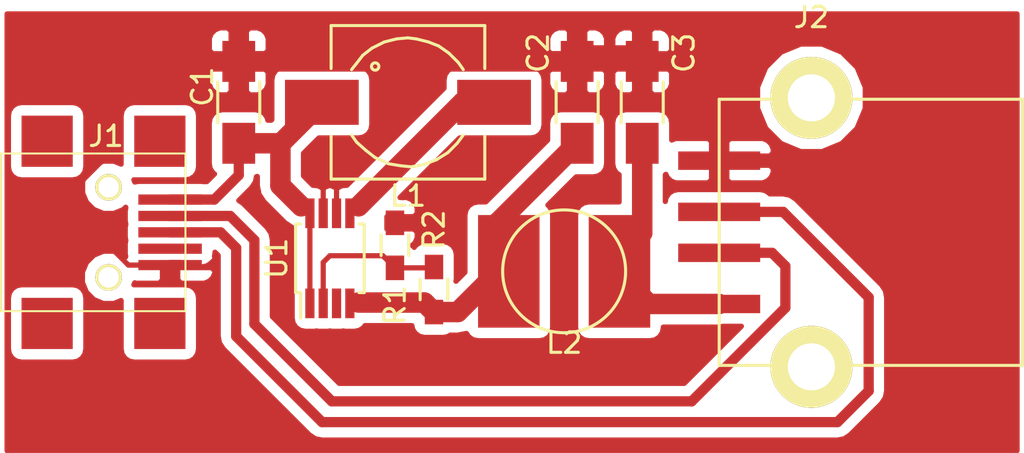
<source format=kicad_pcb>
(kicad_pcb (version 4) (host pcbnew "(after 2015-mar-04 BZR unknown)-product")

  (general
    (links 21)
    (no_connects 0)
    (area 32.546289 25.786 83.019001 48.994)
    (thickness 1.6)
    (drawings 0)
    (tracks 88)
    (zones 0)
    (modules 10)
    (nets 15)
  )

  (page A4)
  (layers
    (0 F.Cu signal)
    (31 B.Cu signal)
    (32 B.Adhes user)
    (33 F.Adhes user)
    (34 B.Paste user)
    (35 F.Paste user)
    (36 B.SilkS user)
    (37 F.SilkS user)
    (38 B.Mask user)
    (39 F.Mask user)
    (40 Dwgs.User user)
    (41 Cmts.User user)
    (42 Eco1.User user)
    (43 Eco2.User user)
    (44 Edge.Cuts user)
  )

  (setup
    (last_trace_width 0.254)
    (user_trace_width 0.5)
    (user_trace_width 0.508)
    (user_trace_width 1)
    (user_trace_width 1.5)
    (user_trace_width 2)
    (user_trace_width 3)
    (user_trace_width 4)
    (user_trace_width 5)
    (trace_clearance 0.254)
    (zone_clearance 0.5)
    (zone_45_only no)
    (trace_min 0.254)
    (segment_width 0.2)
    (edge_width 0.1)
    (via_size 0.889)
    (via_drill 0.635)
    (via_min_size 0.889)
    (via_min_drill 0.508)
    (user_via 1.7 0.8)
    (uvia_size 0.508)
    (uvia_drill 0.127)
    (uvias_allowed no)
    (uvia_min_size 0.508)
    (uvia_min_drill 0.127)
    (pcb_text_width 0.3)
    (pcb_text_size 1.5 1.5)
    (mod_edge_width 0.15)
    (mod_text_size 1 1)
    (mod_text_width 0.15)
    (pad_size 2.2 2.2)
    (pad_drill 1.2)
    (pad_to_mask_clearance 0)
    (aux_axis_origin 0 0)
    (visible_elements 7FFFFFFF)
    (pcbplotparams
      (layerselection 0x00030_80000001)
      (usegerberextensions true)
      (excludeedgelayer true)
      (linewidth 0.150000)
      (plotframeref false)
      (viasonmask false)
      (mode 1)
      (useauxorigin false)
      (hpglpennumber 1)
      (hpglpenspeed 20)
      (hpglpendiameter 15)
      (hpglpenoverlay 2)
      (psnegative false)
      (psa4output false)
      (plotreference true)
      (plotvalue true)
      (plotinvisibletext false)
      (padsonsilk false)
      (subtractmaskfromsilk false)
      (outputformat 1)
      (mirror false)
      (drillshape 1)
      (scaleselection 1)
      (outputdirectory ""))
  )

  (net 0 "")
  (net 1 VDD)
  (net 2 GND)
  (net 3 "Net-(C2-Pad1)")
  (net 4 VCC)
  (net 5 "Net-(J1-PadS2)")
  (net 6 "Net-(J1-PadS1)")
  (net 7 "Net-(J1-PadS3)")
  (net 8 "Net-(J1-PadS4)")
  (net 9 "Net-(J1-Pad3)")
  (net 10 "Net-(J1-Pad4)")
  (net 11 "Net-(J1-Pad2)")
  (net 12 "Net-(L1-Pad2)")
  (net 13 "Net-(R1-Pad1)")
  (net 14 "Net-(U1-Pad3)")

  (net_class Default "This is the default net class."
    (clearance 0.254)
    (trace_width 0.254)
    (via_dia 0.889)
    (via_drill 0.635)
    (uvia_dia 0.508)
    (uvia_drill 0.127)
    (add_net GND)
    (add_net "Net-(C2-Pad1)")
    (add_net "Net-(J1-Pad2)")
    (add_net "Net-(J1-Pad3)")
    (add_net "Net-(J1-Pad4)")
    (add_net "Net-(J1-PadS1)")
    (add_net "Net-(J1-PadS2)")
    (add_net "Net-(J1-PadS3)")
    (add_net "Net-(J1-PadS4)")
    (add_net "Net-(L1-Pad2)")
    (add_net "Net-(R1-Pad1)")
    (add_net "Net-(U1-Pad3)")
    (add_net VCC)
    (add_net VDD)
  )

  (module Capacitors_SMD:C_1206_HandSoldering (layer F.Cu) (tedit 555BF682) (tstamp 554FB2FF)
    (at 44.45 31.115 90)
    (descr "Capacitor SMD 1206, hand soldering")
    (tags "capacitor 1206")
    (path /55493188)
    (attr smd)
    (fp_text reference C1 (at 0.762 -1.778 90) (layer F.SilkS)
      (effects (font (size 1 1) (thickness 0.15)))
    )
    (fp_text value 22uF/10V (at 0.127 0 90) (layer F.SilkS) hide
      (effects (font (size 0.5 0.5) (thickness 0.1)))
    )
    (fp_line (start -3.3 -1.15) (end 3.3 -1.15) (layer F.CrtYd) (width 0.05))
    (fp_line (start -3.3 1.15) (end 3.3 1.15) (layer F.CrtYd) (width 0.05))
    (fp_line (start -3.3 -1.15) (end -3.3 1.15) (layer F.CrtYd) (width 0.05))
    (fp_line (start 3.3 -1.15) (end 3.3 1.15) (layer F.CrtYd) (width 0.05))
    (fp_line (start 1 -1.025) (end -1 -1.025) (layer F.SilkS) (width 0.15))
    (fp_line (start -1 1.025) (end 1 1.025) (layer F.SilkS) (width 0.15))
    (pad 1 smd rect (at -2 0 90) (size 2 1.6) (layers F.Cu F.Paste F.Mask)
      (net 1 VDD))
    (pad 2 smd rect (at 2 0 90) (size 2 1.6) (layers F.Cu F.Paste F.Mask)
      (net 2 GND))
    (model Capacitors_SMD.3dshapes/C_1206_HandSoldering.wrl
      (at (xyz 0 0 0))
      (scale (xyz 1 1 1))
      (rotate (xyz 0 0 0))
    )
  )

  (module Capacitors_SMD:C_1206_HandSoldering (layer F.Cu) (tedit 555BF6C6) (tstamp 554FB305)
    (at 60.96 31.115 90)
    (descr "Capacitor SMD 1206, hand soldering")
    (tags "capacitor 1206")
    (path /554EEADB)
    (attr smd)
    (fp_text reference C2 (at 2.413 -1.905 90) (layer F.SilkS)
      (effects (font (size 1 1) (thickness 0.15)))
    )
    (fp_text value 22uF/10V (at 0.127 0 90) (layer F.SilkS) hide
      (effects (font (size 0.5 0.5) (thickness 0.1)))
    )
    (fp_line (start -3.3 -1.15) (end 3.3 -1.15) (layer F.CrtYd) (width 0.05))
    (fp_line (start -3.3 1.15) (end 3.3 1.15) (layer F.CrtYd) (width 0.05))
    (fp_line (start -3.3 -1.15) (end -3.3 1.15) (layer F.CrtYd) (width 0.05))
    (fp_line (start 3.3 -1.15) (end 3.3 1.15) (layer F.CrtYd) (width 0.05))
    (fp_line (start 1 -1.025) (end -1 -1.025) (layer F.SilkS) (width 0.15))
    (fp_line (start -1 1.025) (end 1 1.025) (layer F.SilkS) (width 0.15))
    (pad 1 smd rect (at -2 0 90) (size 2 1.6) (layers F.Cu F.Paste F.Mask)
      (net 3 "Net-(C2-Pad1)"))
    (pad 2 smd rect (at 2 0 90) (size 2 1.6) (layers F.Cu F.Paste F.Mask)
      (net 2 GND))
    (model Capacitors_SMD.3dshapes/C_1206_HandSoldering.wrl
      (at (xyz 0 0 0))
      (scale (xyz 1 1 1))
      (rotate (xyz 0 0 0))
    )
  )

  (module Capacitors_SMD:C_1206_HandSoldering (layer F.Cu) (tedit 555BF6CF) (tstamp 554FB30B)
    (at 64.135 31.115 90)
    (descr "Capacitor SMD 1206, hand soldering")
    (tags "capacitor 1206")
    (path /554EEB15)
    (attr smd)
    (fp_text reference C3 (at 2.413 2.032 90) (layer F.SilkS)
      (effects (font (size 1 1) (thickness 0.15)))
    )
    (fp_text value 22uF/10V (at 0.127 0 90) (layer F.SilkS) hide
      (effects (font (size 0.5 0.5) (thickness 0.1)))
    )
    (fp_line (start -3.3 -1.15) (end 3.3 -1.15) (layer F.CrtYd) (width 0.05))
    (fp_line (start -3.3 1.15) (end 3.3 1.15) (layer F.CrtYd) (width 0.05))
    (fp_line (start -3.3 -1.15) (end -3.3 1.15) (layer F.CrtYd) (width 0.05))
    (fp_line (start 3.3 -1.15) (end 3.3 1.15) (layer F.CrtYd) (width 0.05))
    (fp_line (start 1 -1.025) (end -1 -1.025) (layer F.SilkS) (width 0.15))
    (fp_line (start -1 1.025) (end 1 1.025) (layer F.SilkS) (width 0.15))
    (pad 1 smd rect (at -2 0 90) (size 2 1.6) (layers F.Cu F.Paste F.Mask)
      (net 4 VCC))
    (pad 2 smd rect (at 2 0 90) (size 2 1.6) (layers F.Cu F.Paste F.Mask)
      (net 2 GND))
    (model Capacitors_SMD.3dshapes/C_1206_HandSoldering.wrl
      (at (xyz 0 0 0))
      (scale (xyz 1 1 1))
      (rotate (xyz 0 0 0))
    )
  )

  (module suf_connector_usb:A-USBB-M5-SMD (layer F.Cu) (tedit 555BF5A8) (tstamp 554FB31A)
    (at 38.1 37.465)
    (path /554F17C3)
    (fp_text reference J1 (at -0.127 -4.699) (layer F.SilkS)
      (effects (font (size 1 1) (thickness 0.15)))
    )
    (fp_text value USB-MINI (at -1.84912 0) (layer F.SilkS) hide
      (effects (font (size 0.5 0.5) (thickness 0.1)))
    )
    (fp_line (start -5.25018 -3.85064) (end 3.74904 -3.85064) (layer F.SilkS) (width 0.09906))
    (fp_line (start 3.74904 -3.85064) (end 3.74904 3.85064) (layer F.SilkS) (width 0.09906))
    (fp_line (start 3.74904 3.85064) (end -5.25018 3.85064) (layer F.SilkS) (width 0.09906))
    (fp_line (start -5.25018 -3.85064) (end -5.25018 3.85064) (layer F.SilkS) (width 0.09906))
    (pad "" thru_hole circle (at 0 -2.19964) (size 1.30048 1.30048) (drill 1.00076) (layers *.Cu *.Mask F.SilkS))
    (pad "" thru_hole circle (at 0 2.19964) (size 1.30048 1.30048) (drill 1.00076) (layers *.Cu *.Mask F.SilkS))
    (pad S2 smd rect (at 2.49936 4.45008) (size 2.49936 2.49936) (layers F.Cu F.Paste F.Mask)
      (net 5 "Net-(J1-PadS2)"))
    (pad S1 smd rect (at 2.49936 -4.45008) (size 2.49936 2.49936) (layers F.Cu F.Paste F.Mask)
      (net 6 "Net-(J1-PadS1)"))
    (pad S3 smd rect (at -2.99974 -4.45008) (size 2.49936 2.49936) (layers F.Cu F.Paste F.Mask)
      (net 7 "Net-(J1-PadS3)"))
    (pad S4 smd rect (at -2.99974 4.45008) (size 2.49936 2.49936) (layers F.Cu F.Paste F.Mask)
      (net 8 "Net-(J1-PadS4)"))
    (pad 3 smd rect (at 2.99974 0 90) (size 0.50038 3.0988) (layers F.Cu F.Paste F.Mask)
      (net 9 "Net-(J1-Pad3)"))
    (pad 4 smd rect (at 2.99974 0.8001 90) (size 0.50038 3.0988) (layers F.Cu F.Paste F.Mask)
      (net 10 "Net-(J1-Pad4)"))
    (pad 5 smd rect (at 2.99974 1.6002 90) (size 0.50038 3.0988) (layers F.Cu F.Paste F.Mask)
      (net 2 GND))
    (pad 2 smd rect (at 2.99974 -0.8001 90) (size 0.50038 3.0988) (layers F.Cu F.Paste F.Mask)
      (net 11 "Net-(J1-Pad2)"))
    (pad 1 smd rect (at 2.99974 -1.6002 90) (size 0.50038 3.0988) (layers F.Cu F.Paste F.Mask)
      (net 1 VDD))
  )

  (module Choke_SMD:Choke_SMD_Wuerth-WE-PD-Typ-M-Typ-S_Handsoldering (layer F.Cu) (tedit 555BF5F9) (tstamp 554FB32A)
    (at 52.705 31.115)
    (descr "Choke, Drossel, WE-PD, Typ M, Typ S, Wuerth, SMD, Handsoldering,")
    (tags "Choke, Drossel, WE-PD, Typ M, Typ S, Wuerth, SMD, Handsoldering,")
    (path /54950B40)
    (attr smd)
    (fp_text reference L1 (at 0 4.572) (layer F.SilkS)
      (effects (font (size 1 1) (thickness 0.15)))
    )
    (fp_text value 4,7uH (at 0.127 0.127) (layer F.SilkS) hide
      (effects (font (size 0.5 0.5) (thickness 0.1)))
    )
    (fp_circle (center -1.6002 -1.75006) (end -1.50114 -1.6002) (layer F.SilkS) (width 0.15))
    (fp_line (start -2.75082 1.6002) (end -2.49936 1.95072) (layer F.SilkS) (width 0.15))
    (fp_line (start -2.49936 1.95072) (end -2.04978 2.3495) (layer F.SilkS) (width 0.15))
    (fp_line (start -2.04978 2.3495) (end -1.6002 2.70002) (layer F.SilkS) (width 0.15))
    (fp_line (start -1.6002 2.70002) (end -0.94996 2.99974) (layer F.SilkS) (width 0.15))
    (fp_line (start -0.94996 2.99974) (end -0.35052 3.0988) (layer F.SilkS) (width 0.15))
    (fp_line (start -0.35052 3.0988) (end 0.14986 3.1496) (layer F.SilkS) (width 0.15))
    (fp_line (start 0.14986 3.1496) (end 0.7493 3.05054) (layer F.SilkS) (width 0.15))
    (fp_line (start 0.7493 3.05054) (end 1.39954 2.79908) (layer F.SilkS) (width 0.15))
    (fp_line (start 1.39954 2.79908) (end 1.95072 2.4511) (layer F.SilkS) (width 0.15))
    (fp_line (start 1.95072 2.4511) (end 2.4003 1.99898) (layer F.SilkS) (width 0.15))
    (fp_line (start 2.4003 1.99898) (end 2.70002 1.6002) (layer F.SilkS) (width 0.15))
    (fp_line (start 2.70002 -1.6002) (end 2.4511 -1.95072) (layer F.SilkS) (width 0.15))
    (fp_line (start 2.4511 -1.95072) (end 1.99898 -2.4003) (layer F.SilkS) (width 0.15))
    (fp_line (start 1.99898 -2.4003) (end 1.50114 -2.75082) (layer F.SilkS) (width 0.15))
    (fp_line (start 1.50114 -2.75082) (end 1.00076 -2.94894) (layer F.SilkS) (width 0.15))
    (fp_line (start 1.00076 -2.94894) (end 0.39878 -3.0988) (layer F.SilkS) (width 0.15))
    (fp_line (start 0.39878 -3.0988) (end 0 -3.1496) (layer F.SilkS) (width 0.15))
    (fp_line (start 0 -3.1496) (end -0.55118 -3.0988) (layer F.SilkS) (width 0.15))
    (fp_line (start -0.55118 -3.0988) (end -1.15062 -2.94894) (layer F.SilkS) (width 0.15))
    (fp_line (start -1.15062 -2.94894) (end -1.75006 -2.64922) (layer F.SilkS) (width 0.15))
    (fp_line (start -1.75006 -2.64922) (end -2.19964 -2.30124) (layer F.SilkS) (width 0.15))
    (fp_line (start -2.19964 -2.30124) (end -2.55016 -1.84912) (layer F.SilkS) (width 0.15))
    (fp_line (start -2.55016 -1.84912) (end -2.75082 -1.6002) (layer F.SilkS) (width 0.15))
    (fp_line (start 3.74904 -3.74904) (end 3.74904 -1.651) (layer F.SilkS) (width 0.15))
    (fp_line (start -3.74904 1.651) (end -3.74904 3.74904) (layer F.SilkS) (width 0.15))
    (fp_line (start -3.74904 3.74904) (end 3.74904 3.74904) (layer F.SilkS) (width 0.15))
    (fp_line (start 3.74904 3.74904) (end 3.74904 1.651) (layer F.SilkS) (width 0.15))
    (fp_line (start 3.74904 -3.74904) (end -3.74904 -3.74904) (layer F.SilkS) (width 0.15))
    (fp_line (start -3.74904 -3.74904) (end -3.74904 -1.651) (layer F.SilkS) (width 0.15))
    (pad 1 smd rect (at -4.20116 0) (size 3.59918 2.19964) (layers F.Cu F.Paste F.Mask)
      (net 1 VDD))
    (pad 2 smd rect (at 4.20116 0) (size 3.59918 2.19964) (layers F.Cu F.Paste F.Mask)
      (net 12 "Net-(L1-Pad2)"))
  )

  (module Resistors_SMD:R_0603_HandSoldering (layer F.Cu) (tedit 555BF66D) (tstamp 554FB336)
    (at 52.07 38.1 90)
    (descr "Resistor SMD 0603, hand soldering")
    (tags "resistor 0603")
    (path /554EECE7)
    (attr smd)
    (fp_text reference R1 (at -2.921 0 90) (layer F.SilkS)
      (effects (font (size 1 1) (thickness 0.15)))
    )
    (fp_text value 309K (at 0 0 90) (layer F.SilkS) hide
      (effects (font (size 0.5 0.5) (thickness 0.1)))
    )
    (fp_line (start -2 -0.8) (end 2 -0.8) (layer F.CrtYd) (width 0.05))
    (fp_line (start -2 0.8) (end 2 0.8) (layer F.CrtYd) (width 0.05))
    (fp_line (start -2 -0.8) (end -2 0.8) (layer F.CrtYd) (width 0.05))
    (fp_line (start 2 -0.8) (end 2 0.8) (layer F.CrtYd) (width 0.05))
    (fp_line (start 0.5 0.675) (end -0.5 0.675) (layer F.SilkS) (width 0.15))
    (fp_line (start -0.5 -0.675) (end 0.5 -0.675) (layer F.SilkS) (width 0.15))
    (pad 1 smd rect (at -1.1 0 90) (size 1.2 0.9) (layers F.Cu F.Paste F.Mask)
      (net 13 "Net-(R1-Pad1)"))
    (pad 2 smd rect (at 1.1 0 90) (size 1.2 0.9) (layers F.Cu F.Paste F.Mask)
      (net 2 GND))
    (model Resistors_SMD.3dshapes/R_0603_HandSoldering.wrl
      (at (xyz 0 0 0))
      (scale (xyz 1 1 1))
      (rotate (xyz 0 0 0))
    )
  )

  (module Resistors_SMD:R_0603_HandSoldering (layer F.Cu) (tedit 555BF64E) (tstamp 554FB33C)
    (at 53.975 40.259 270)
    (descr "Resistor SMD 0603, hand soldering")
    (tags "resistor 0603")
    (path /554EEDB1)
    (attr smd)
    (fp_text reference R2 (at -2.921 0 270) (layer F.SilkS)
      (effects (font (size 1 1) (thickness 0.15)))
    )
    (fp_text value 976K (at 0 0 270) (layer F.SilkS) hide
      (effects (font (size 0.5 0.5) (thickness 0.1)))
    )
    (fp_line (start -2 -0.8) (end 2 -0.8) (layer F.CrtYd) (width 0.05))
    (fp_line (start -2 0.8) (end 2 0.8) (layer F.CrtYd) (width 0.05))
    (fp_line (start -2 -0.8) (end -2 0.8) (layer F.CrtYd) (width 0.05))
    (fp_line (start 2 -0.8) (end 2 0.8) (layer F.CrtYd) (width 0.05))
    (fp_line (start 0.5 0.675) (end -0.5 0.675) (layer F.SilkS) (width 0.15))
    (fp_line (start -0.5 -0.675) (end 0.5 -0.675) (layer F.SilkS) (width 0.15))
    (pad 1 smd rect (at -1.1 0 270) (size 1.2 0.9) (layers F.Cu F.Paste F.Mask)
      (net 13 "Net-(R1-Pad1)"))
    (pad 2 smd rect (at 1.1 0 270) (size 1.2 0.9) (layers F.Cu F.Paste F.Mask)
      (net 3 "Net-(C2-Pad1)"))
    (model Resistors_SMD.3dshapes/R_0603_HandSoldering.wrl
      (at (xyz 0 0 0))
      (scale (xyz 1 1 1))
      (rotate (xyz 0 0 0))
    )
  )

  (module Housings_SSOP:MSOP-8_3x3mm_Pitch0.65mm (layer F.Cu) (tedit 555BF5D1) (tstamp 554FB348)
    (at 48.895 38.735 90)
    (descr "8-Lead Plastic Micro Small Outline Package (MS) [MSOP] (see Microchip Packaging Specification 00000049BS.pdf)")
    (tags "SSOP 0.65")
    (path /554EE37C)
    (attr smd)
    (fp_text reference U1 (at 0 -2.6 90) (layer F.SilkS)
      (effects (font (size 1 1) (thickness 0.15)))
    )
    (fp_text value MCP1642D-ADJ (at 0 2.6 90) (layer F.SilkS) hide
      (effects (font (size 0.5 0.5) (thickness 0.1)))
    )
    (fp_line (start -3.2 -1.85) (end -3.2 1.85) (layer F.CrtYd) (width 0.05))
    (fp_line (start 3.2 -1.85) (end 3.2 1.85) (layer F.CrtYd) (width 0.05))
    (fp_line (start -3.2 -1.85) (end 3.2 -1.85) (layer F.CrtYd) (width 0.05))
    (fp_line (start -3.2 1.85) (end 3.2 1.85) (layer F.CrtYd) (width 0.05))
    (fp_line (start -1.675 -1.675) (end -1.675 -1.425) (layer F.SilkS) (width 0.15))
    (fp_line (start 1.675 -1.675) (end 1.675 -1.425) (layer F.SilkS) (width 0.15))
    (fp_line (start 1.675 1.675) (end 1.675 1.425) (layer F.SilkS) (width 0.15))
    (fp_line (start -1.675 1.675) (end -1.675 1.425) (layer F.SilkS) (width 0.15))
    (fp_line (start -1.675 -1.675) (end 1.675 -1.675) (layer F.SilkS) (width 0.15))
    (fp_line (start -1.675 1.675) (end 1.675 1.675) (layer F.SilkS) (width 0.15))
    (fp_line (start -1.675 -1.425) (end -2.925 -1.425) (layer F.SilkS) (width 0.15))
    (pad 1 smd rect (at -2.2 -0.975 90) (size 1.45 0.45) (layers F.Cu F.Paste F.Mask)
      (net 1 VDD))
    (pad 2 smd rect (at -2.2 -0.325 90) (size 1.45 0.45) (layers F.Cu F.Paste F.Mask)
      (net 13 "Net-(R1-Pad1)"))
    (pad 3 smd rect (at -2.2 0.325 90) (size 1.45 0.45) (layers F.Cu F.Paste F.Mask)
      (net 14 "Net-(U1-Pad3)"))
    (pad 4 smd rect (at -2.2 0.975 90) (size 1.45 0.45) (layers F.Cu F.Paste F.Mask)
      (net 3 "Net-(C2-Pad1)"))
    (pad 5 smd rect (at 2.2 0.975 90) (size 1.45 0.45) (layers F.Cu F.Paste F.Mask)
      (net 12 "Net-(L1-Pad2)"))
    (pad 6 smd rect (at 2.2 0.325 90) (size 1.45 0.45) (layers F.Cu F.Paste F.Mask)
      (net 2 GND))
    (pad 7 smd rect (at 2.2 -0.325 90) (size 1.45 0.45) (layers F.Cu F.Paste F.Mask)
      (net 2 GND))
    (pad 8 smd rect (at 2.2 -0.975 90) (size 1.45 0.45) (layers F.Cu F.Paste F.Mask)
      (net 1 VDD))
    (model Housings_SSOP.3dshapes/MSOP-8_3x3mm_Pitch0.65mm.wrl
      (at (xyz 0 0 0))
      (scale (xyz 1 1 1))
      (rotate (xyz 0 0 0))
    )
  )

  (module suf_connector_usb:USB-A_SMD (layer F.Cu) (tedit 556CC6DE) (tstamp 554FB324)
    (at 72.39 37.465 180)
    (path /554F4230)
    (fp_text reference J2 (at 0 10.5 180) (layer F.SilkS)
      (effects (font (size 1 1) (thickness 0.15)))
    )
    (fp_text value USB_2 (at 0 -10.5 180) (layer F.Fab)
      (effects (font (size 1 1) (thickness 0.15)))
    )
    (fp_line (start 4.5 -6.5) (end -10.3 -6.5) (layer F.SilkS) (width 0.15))
    (fp_line (start -10.3 -6.5) (end -10.3 6.5) (layer F.SilkS) (width 0.15))
    (fp_line (start -10.3 6.5) (end 4.5 6.5) (layer F.SilkS) (width 0.15))
    (fp_line (start 4.5 6.5) (end 4.5 -6.5) (layer F.SilkS) (width 0.15))
    (pad 4 smd rect (at 4.5 3.5 180) (size 4 0.9) (layers F.Cu F.Paste F.Mask)
      (net 2 GND))
    (pad 3 smd rect (at 4.5 1 180) (size 4 0.9) (layers F.Cu F.Paste F.Mask)
      (net 9 "Net-(J1-Pad3)"))
    (pad 2 smd rect (at 4.5 -1 180) (size 4 0.9) (layers F.Cu F.Paste F.Mask)
      (net 11 "Net-(J1-Pad2)"))
    (pad 1 smd rect (at 4.5 -3.5 180) (size 4 0.9) (layers F.Cu F.Paste F.Mask)
      (net 4 VCC))
    (pad "" thru_hole circle (at 0 -6.57 180) (size 4 4) (drill 2.3) (layers *.Cu *.Mask F.SilkS))
    (pad "" thru_hole circle (at 0 6.57 180) (size 4 4) (drill 2.3) (layers *.Cu *.Mask F.SilkS))
  )

  (module suf_choke_smd:PCD0504_Handsoldering (layer F.Cu) (tedit 556E2034) (tstamp 554FB330)
    (at 60.325 39.37)
    (path /55493044)
    (fp_text reference L2 (at 0 3.5) (layer F.SilkS)
      (effects (font (size 1 1) (thickness 0.15)))
    )
    (fp_text value 1uH (at 0 -3.6) (layer F.Fab)
      (effects (font (size 1 1) (thickness 0.15)))
    )
    (fp_circle (center 0 0) (end -3 0) (layer F.SilkS) (width 0.15))
    (pad 1 smd rect (at -2.7 0) (size 3 5.5) (layers F.Cu F.Paste F.Mask)
      (net 3 "Net-(C2-Pad1)"))
    (pad 2 smd rect (at 2.7 0) (size 3 5.5) (layers F.Cu F.Paste F.Mask)
      (net 4 VCC))
  )

  (segment (start 47.498 36.195) (end 47.58 36.195) (width 0.254) (layer F.Cu) (net 1))
  (segment (start 46.482 35.179) (end 47.498 36.195) (width 1) (layer F.Cu) (net 1) (tstamp 554FD492))
  (segment (start 46.482 33.115) (end 46.482 35.179) (width 1) (layer F.Cu) (net 1))
  (segment (start 47.58 36.195) (end 47.92 36.535) (width 0.254) (layer F.Cu) (net 1) (tstamp 554FD49C))
  (segment (start 44.45 33.115) (end 46.482 33.115) (width 1) (layer F.Cu) (net 1))
  (segment (start 46.482 33.115) (end 46.50384 33.115) (width 1) (layer F.Cu) (net 1) (tstamp 554FD490))
  (segment (start 46.50384 33.115) (end 48.50384 31.115) (width 1) (layer F.Cu) (net 1) (tstamp 554FD3B9))
  (segment (start 41.09974 35.8648) (end 43.2562 35.8648) (width 0.5) (layer F.Cu) (net 1))
  (segment (start 44.45 34.671) (end 44.45 33.115) (width 0.5) (layer F.Cu) (net 1) (tstamp 554FD3AD))
  (segment (start 43.2562 35.8648) (end 44.45 34.671) (width 0.5) (layer F.Cu) (net 1) (tstamp 554FD3A8))
  (segment (start 47.92 36.535) (end 47.92 40.935) (width 0.254) (layer F.Cu) (net 1))
  (segment (start 59.436 29.115) (end 59.436 32.639) (width 0.254) (layer F.Cu) (net 2))
  (segment (start 53.424 37) (end 52.07 37) (width 0.254) (layer F.Cu) (net 2) (tstamp 557264D9))
  (segment (start 55.753 34.671) (end 53.424 37) (width 0.254) (layer F.Cu) (net 2) (tstamp 557264D2))
  (segment (start 57.404 34.671) (end 55.753 34.671) (width 0.254) (layer F.Cu) (net 2) (tstamp 557264C4))
  (segment (start 59.436 32.639) (end 57.404 34.671) (width 0.254) (layer F.Cu) (net 2) (tstamp 557264C1))
  (segment (start 64.135 29.115) (end 64.23 29.21) (width 0.254) (layer F.Cu) (net 2))
  (segment (start 64.23 29.21) (end 66.04 29.21) (width 0.254) (layer F.Cu) (net 2) (tstamp 556CC90A))
  (segment (start 66.04 29.21) (end 67.89 31.06) (width 0.254) (layer F.Cu) (net 2) (tstamp 556CC915))
  (segment (start 67.89 31.06) (end 67.89 33.965) (width 0.254) (layer F.Cu) (net 2) (tstamp 556CC918))
  (segment (start 64.675 28.575) (end 62.357 28.575) (width 0.5) (layer F.Cu) (net 2) (tstamp 55501E5D) (status 10))
  (segment (start 62.357 28.575) (end 61.5 28.575) (width 0.5) (layer F.Cu) (net 2) (tstamp 5550230D) (status 10))
  (segment (start 61.5 28.575) (end 60.96 29.115) (width 0.5) (layer F.Cu) (net 2) (tstamp 55501E5F))
  (segment (start 41.09974 39.0652) (end 39.0652 39.0652) (width 0.254) (layer F.Cu) (net 2))
  (segment (start 40.735 29.115) (end 44.45 29.115) (width 0.254) (layer F.Cu) (net 2) (tstamp 554FD5A5))
  (segment (start 38.1 31.75) (end 40.735 29.115) (width 0.254) (layer F.Cu) (net 2) (tstamp 554FD5A3))
  (segment (start 38.1 33.655) (end 38.1 31.75) (width 0.254) (layer F.Cu) (net 2) (tstamp 554FD5A0))
  (segment (start 36.83 34.925) (end 38.1 33.655) (width 0.254) (layer F.Cu) (net 2) (tstamp 554FD59E))
  (segment (start 36.83 36.83) (end 36.83 34.925) (width 0.254) (layer F.Cu) (net 2) (tstamp 554FD59B))
  (segment (start 39.0652 39.0652) (end 36.83 36.83) (width 0.254) (layer F.Cu) (net 2) (tstamp 554FD597))
  (segment (start 51.943 31.496) (end 51.943 29.115) (width 1) (layer F.Cu) (net 2))
  (segment (start 44.45 29.115) (end 51.943 29.115) (width 1) (layer F.Cu) (net 2))
  (segment (start 51.943 29.115) (end 54.324 29.115) (width 1) (layer F.Cu) (net 2) (tstamp 554FD463))
  (segment (start 49.22 36.535) (end 49.22 33.655) (width 0.254) (layer F.Cu) (net 2))
  (segment (start 49.276 33.782) (end 49.276 33.655) (width 0.254) (layer F.Cu) (net 2) (tstamp 554FD44F))
  (segment (start 49.276 33.711) (end 49.276 33.782) (width 0.254) (layer F.Cu) (net 2) (tstamp 554FD44E))
  (segment (start 49.22 33.655) (end 49.276 33.711) (width 0.254) (layer F.Cu) (net 2) (tstamp 554FD44A))
  (segment (start 48.57 36.535) (end 48.57 33.853) (width 0.254) (layer F.Cu) (net 2))
  (segment (start 51.943 31.496) (end 51.943 32.385) (width 1) (layer F.Cu) (net 2) (tstamp 554FD430))
  (segment (start 51.943 32.385) (end 50.673 33.655) (width 1) (layer F.Cu) (net 2) (tstamp 554FD433))
  (segment (start 50.673 33.655) (end 49.276 33.655) (width 1) (layer F.Cu) (net 2) (tstamp 554FD437))
  (segment (start 49.276 33.655) (end 48.768 33.655) (width 1) (layer F.Cu) (net 2) (tstamp 554FD450))
  (segment (start 54.324 29.115) (end 59.436 29.115) (width 1) (layer F.Cu) (net 2))
  (segment (start 59.436 29.115) (end 60.96 29.115) (width 1) (layer F.Cu) (net 2) (tstamp 557264BF))
  (segment (start 48.57 33.853) (end 48.768 33.655) (width 0.254) (layer F.Cu) (net 2) (tstamp 554FD444))
  (segment (start 41.09974 39.0652) (end 41.6052 39.0652) (width 0.5) (layer F.Cu) (net 2))
  (segment (start 50.292 40.894) (end 50.251 40.935) (width 0.254) (layer F.Cu) (net 3))
  (segment (start 53.51 40.894) (end 50.292 40.894) (width 1) (layer F.Cu) (net 3) (tstamp 556E194E))
  (segment (start 53.975 41.359) (end 53.51 40.894) (width 1) (layer F.Cu) (net 3))
  (segment (start 50.251 40.935) (end 49.87 40.935) (width 0.254) (layer F.Cu) (net 3) (tstamp 556E195B))
  (segment (start 57.125 39.37) (end 55.136 41.359) (width 1) (layer F.Cu) (net 3))
  (segment (start 55.136 41.359) (end 53.975 41.359) (width 1) (layer F.Cu) (net 3) (tstamp 556E1941))
  (segment (start 60.96 33.115) (end 57.125 36.95) (width 1) (layer F.Cu) (net 3))
  (segment (start 57.125 36.95) (end 57.125 39.37) (width 1) (layer F.Cu) (net 3) (tstamp 556E17BB))
  (segment (start 63.525 38.1) (end 63.525 40.03) (width 1) (layer F.Cu) (net 4))
  (segment (start 63.525 40.03) (end 64.46 40.965) (width 1) (layer F.Cu) (net 4) (tstamp 556E1708))
  (segment (start 64.46 40.965) (end 67.89 40.965) (width 1) (layer F.Cu) (net 4) (tstamp 556E1723))
  (segment (start 64.135 33.115) (end 64.135 37.49) (width 1) (layer F.Cu) (net 4))
  (segment (start 64.135 37.49) (end 63.525 38.1) (width 1) (layer F.Cu) (net 4) (tstamp 556E16F5))
  (segment (start 41.09974 37.465) (end 43.561 37.465) (width 0.5) (layer F.Cu) (net 9))
  (segment (start 71.009 36.465) (end 67.89 36.465) (width 0.5) (layer F.Cu) (net 9) (tstamp 556CCAF3))
  (segment (start 75.184 40.64) (end 71.009 36.465) (width 0.5) (layer F.Cu) (net 9) (tstamp 556CCAE8))
  (segment (start 75.184 45.212) (end 75.184 40.64) (width 0.5) (layer F.Cu) (net 9) (tstamp 556CCAE6))
  (segment (start 73.66 46.736) (end 75.184 45.212) (width 0.5) (layer F.Cu) (net 9) (tstamp 556CCADF))
  (segment (start 48.514 46.736) (end 73.66 46.736) (width 0.5) (layer F.Cu) (net 9) (tstamp 556CCAD7))
  (segment (start 44.323 42.545) (end 48.514 46.736) (width 0.5) (layer F.Cu) (net 9) (tstamp 556CCAD4))
  (segment (start 44.323 38.227) (end 44.323 42.545) (width 0.5) (layer F.Cu) (net 9) (tstamp 556CCAD1))
  (segment (start 43.561 37.465) (end 44.323 38.227) (width 0.5) (layer F.Cu) (net 9) (tstamp 556CCACC))
  (segment (start 41.09974 36.6649) (end 44.0309 36.6649) (width 0.5) (layer F.Cu) (net 11))
  (segment (start 70.469 38.465) (end 67.89 38.465) (width 0.5) (layer F.Cu) (net 11) (tstamp 556CCAC5))
  (segment (start 71.12 39.116) (end 70.469 38.465) (width 0.5) (layer F.Cu) (net 11) (tstamp 556CCAC2))
  (segment (start 71.12 41.148) (end 71.12 39.116) (width 0.5) (layer F.Cu) (net 11) (tstamp 556CCABF))
  (segment (start 66.548 45.72) (end 71.12 41.148) (width 0.5) (layer F.Cu) (net 11) (tstamp 556CCAB6))
  (segment (start 48.99 45.72) (end 66.548 45.72) (width 0.5) (layer F.Cu) (net 11) (tstamp 556CCAB3))
  (segment (start 45.212 41.942) (end 48.99 45.72) (width 0.5) (layer F.Cu) (net 11) (tstamp 556CCAAF))
  (segment (start 45.212 37.846) (end 45.212 41.942) (width 0.5) (layer F.Cu) (net 11) (tstamp 556CCAAD))
  (segment (start 44.0309 36.6649) (end 45.212 37.846) (width 0.5) (layer F.Cu) (net 11) (tstamp 556CCAA7))
  (segment (start 50.292 36.195) (end 50.21 36.195) (width 0.254) (layer F.Cu) (net 12))
  (segment (start 55.372 31.115) (end 50.292 36.195) (width 1) (layer F.Cu) (net 12) (tstamp 554FD400))
  (segment (start 50.21 36.195) (end 49.87 36.535) (width 0.254) (layer F.Cu) (net 12) (tstamp 554FD413))
  (segment (start 56.90616 31.115) (end 55.372 31.115) (width 1) (layer F.Cu) (net 12))
  (segment (start 48.57 40.935) (end 48.57 38.933) (width 0.254) (layer F.Cu) (net 13))
  (segment (start 51.478 38.608) (end 52.07 39.2) (width 0.254) (layer F.Cu) (net 13) (tstamp 55726502))
  (segment (start 48.895 38.608) (end 51.478 38.608) (width 0.254) (layer F.Cu) (net 13) (tstamp 557264FC))
  (segment (start 48.57 38.933) (end 48.895 38.608) (width 0.254) (layer F.Cu) (net 13) (tstamp 557264F1))
  (segment (start 52.07 39.2) (end 53.934 39.2) (width 0.254) (layer F.Cu) (net 13))
  (segment (start 53.934 39.2) (end 53.975 39.159) (width 0.254) (layer F.Cu) (net 13) (tstamp 556E192F))
  (segment (start 53.975 39.159) (end 53.934 39.2) (width 0.254) (layer F.Cu) (net 13))

  (zone (net 2) (net_name GND) (layer F.Cu) (tstamp 554FD631) (hatch edge 0.508)
    (connect_pads (clearance 0.5))
    (min_thickness 0.254)
    (fill yes (arc_segments 16) (thermal_gap 0.508) (thermal_bridge_width 1))
    (polygon
      (pts
        (xy 82.55 48.26) (xy 33.02 48.26) (xy 33.02 26.67) (xy 82.55 26.67)
      )
    )
    (polygon
      (pts        (xy 50.673 40.767) (xy 50.673 36.703) (xy 47.244 36.703) (xy 47.244 40.767)
      )
    )
    (filled_polygon
      (pts
        (xy 82.423 48.133) (xy 76.061001 48.133) (xy 76.061001 40.64) (xy 75.994242 40.304387) (xy 75.804133 40.019868)
        (xy 75.804133 40.019867) (xy 75.804129 40.019864) (xy 75.017455 39.233189) (xy 75.017455 30.37475) (xy 74.618361 29.408868)
        (xy 73.880019 28.669236) (xy 72.914835 28.268457) (xy 71.86975 28.267545) (xy 70.903868 28.666639) (xy 70.164236 29.404981)
        (xy 69.763457 30.370165) (xy 69.762545 31.41525) (xy 70.161639 32.381132) (xy 70.899981 33.120764) (xy 71.865165 33.521543)
        (xy 72.91025 33.522455) (xy 73.876132 33.123361) (xy 74.615764 32.385019) (xy 75.016543 31.419835) (xy 75.017455 30.37475)
        (xy 75.017455 39.233189) (xy 71.629133 35.844867) (xy 71.344613 35.654758) (xy 71.009 35.588) (xy 70.525 35.588)
        (xy 70.525 34.54131) (xy 70.525 34.34875) (xy 70.525 33.58125) (xy 70.525 33.38869) (xy 70.428327 33.155301)
        (xy 70.249698 32.976673) (xy 70.016309 32.88) (xy 68.42175 32.88) (xy 68.263 33.03875) (xy 68.263 33.74)
        (xy 70.36625 33.74) (xy 70.525 33.58125) (xy 70.525 34.34875) (xy 70.36625 34.19) (xy 68.263 34.19)
        (xy 68.263 34.89125) (xy 68.42175 35.05) (xy 70.016309 35.05) (xy 70.249698 34.953327) (xy 70.428327 34.774699)
        (xy 70.525 34.54131) (xy 70.525 35.588) (xy 70.35945 35.588) (xy 70.34487 35.565804) (xy 70.136495 35.425149)
        (xy 69.89 35.375716) (xy 65.89 35.375716) (xy 65.650927 35.422102) (xy 65.440804 35.56013) (xy 65.300149 35.768505)
        (xy 65.262 35.958732) (xy 65.262 34.650139) (xy 65.291933 34.630476) (xy 65.351673 34.774699) (xy 65.530302 34.953327)
        (xy 65.763691 35.05) (xy 67.35825 35.05) (xy 67.517 34.89125) (xy 67.517 34.19) (xy 67.497 34.19)
        (xy 67.497 33.74) (xy 67.517 33.74) (xy 67.517 33.03875) (xy 67.35825 32.88) (xy 65.763691 32.88)
        (xy 65.574284 32.958455) (xy 65.574284 32.115) (xy 65.57 32.09292) (xy 65.57 30.241309) (xy 65.57 29.64675)
        (xy 65.57 28.58325) (xy 65.57 27.988691) (xy 65.473327 27.755302) (xy 65.294699 27.576673) (xy 65.06131 27.48)
        (xy 64.808691 27.48) (xy 64.66675 27.48) (xy 64.508 27.63875) (xy 64.508 28.742) (xy 65.41125 28.742)
        (xy 65.57 28.58325) (xy 65.57 29.64675) (xy 65.41125 29.488) (xy 64.508 29.488) (xy 64.508 30.59125)
        (xy 64.66675 30.75) (xy 64.808691 30.75) (xy 65.06131 30.75) (xy 65.294699 30.653327) (xy 65.473327 30.474698)
        (xy 65.57 30.241309) (xy 65.57 32.09292) (xy 65.527898 31.875927) (xy 65.38987 31.665804) (xy 65.181495 31.525149)
        (xy 64.935 31.475716) (xy 63.762 31.475716) (xy 63.762 30.59125) (xy 63.762 29.488) (xy 63.762 28.742)
        (xy 63.762 27.63875) (xy 63.60325 27.48) (xy 63.461309 27.48) (xy 63.20869 27.48) (xy 62.975301 27.576673)
        (xy 62.796673 27.755302) (xy 62.7 27.988691) (xy 62.7 28.58325) (xy 62.85875 28.742) (xy 63.762 28.742)
        (xy 63.762 29.488) (xy 62.85875 29.488) (xy 62.7 29.64675) (xy 62.7 30.241309) (xy 62.796673 30.474698)
        (xy 62.975301 30.653327) (xy 63.20869 30.75) (xy 63.461309 30.75) (xy 63.60325 30.75) (xy 63.762 30.59125)
        (xy 63.762 31.475716) (xy 63.335 31.475716) (xy 63.095927 31.522102) (xy 62.885804 31.66013) (xy 62.745149 31.868505)
        (xy 62.695716 32.115) (xy 62.695716 34.115) (xy 62.742102 34.354073) (xy 62.88013 34.564196) (xy 63.008 34.650509)
        (xy 63.008 35.980716) (xy 61.525 35.980716) (xy 61.285927 36.027102) (xy 61.075804 36.16513) (xy 60.935149 36.373505)
        (xy 60.885716 36.62) (xy 60.885716 42.12) (xy 60.932102 42.359073) (xy 61.07013 42.569196) (xy 61.278505 42.709851)
        (xy 61.525 42.759284) (xy 64.525 42.759284) (xy 64.764073 42.712898) (xy 64.974196 42.57487) (xy 65.114851 42.366495)
        (xy 65.164284 42.12) (xy 65.164284 42.092) (xy 67.89 42.092) (xy 68.07961 42.054284) (xy 68.97345 42.054284)
        (xy 66.184734 44.843) (xy 49.353266 44.843) (xy 46.089 41.578734) (xy 46.089 37.846005) (xy 46.089 37.846)
        (xy 46.089001 37.846) (xy 46.022242 37.510387) (xy 45.832133 37.225868) (xy 45.832133 37.225867) (xy 45.832129 37.225864)
        (xy 44.651033 36.044767) (xy 44.450494 35.910771) (xy 45.070133 35.291133) (xy 45.260242 35.006613) (xy 45.312859 34.742087)
        (xy 45.355 34.733911) (xy 45.355 35.179) (xy 45.440788 35.610284) (xy 45.685091 35.975909) (xy 46.701091 36.991909)
        (xy 47.055716 37.228862) (xy 47.055716 37.26) (xy 47.102102 37.499073) (xy 47.117 37.521752) (xy 47.117 39.945948)
        (xy 47.105149 39.963505) (xy 47.055716 40.21) (xy 47.055716 41.66) (xy 47.102102 41.899073) (xy 47.24013 42.109196)
        (xy 47.448505 42.249851) (xy 47.695 42.299284) (xy 48.145 42.299284) (xy 48.246652 42.27956) (xy 48.345 42.299284)
        (xy 48.795 42.299284) (xy 48.896652 42.27956) (xy 48.995 42.299284) (xy 49.445 42.299284) (xy 49.546652 42.27956)
        (xy 49.645 42.299284) (xy 50.095 42.299284) (xy 50.334073 42.252898) (xy 50.544196 42.11487) (xy 50.607559 42.021)
        (xy 52.897745 42.021) (xy 52.932102 42.198073) (xy 53.07013 42.408196) (xy 53.278505 42.548851) (xy 53.525 42.598284)
        (xy 54.425 42.598284) (xy 54.664073 42.551898) (xy 54.76439 42.486) (xy 55.136 42.486) (xy 55.560068 42.401647)
        (xy 55.67013 42.569196) (xy 55.878505 42.709851) (xy 56.125 42.759284) (xy 59.125 42.759284) (xy 59.364073 42.712898)
        (xy 59.574196 42.57487) (xy 59.714851 42.366495) (xy 59.764284 42.12) (xy 59.764284 36.62) (xy 59.717898 36.380927)
        (xy 59.57987 36.170804) (xy 59.531001 36.137816) (xy 60.914534 34.754284) (xy 61.76 34.754284) (xy 61.999073 34.707898)
        (xy 62.209196 34.56987) (xy 62.349851 34.361495) (xy 62.399284 34.115) (xy 62.399284 32.115) (xy 62.395 32.09292)
        (xy 62.395 30.241309) (xy 62.395 29.64675) (xy 62.395 28.58325) (xy 62.395 27.988691) (xy 62.298327 27.755302)
        (xy 62.119699 27.576673) (xy 61.88631 27.48) (xy 61.633691 27.48) (xy 61.49175 27.48) (xy 61.333 27.63875)
        (xy 61.333 28.742) (xy 62.23625 28.742) (xy 62.395 28.58325) (xy 62.395 29.64675) (xy 62.23625 29.488)
        (xy 61.333 29.488) (xy 61.333 30.59125) (xy 61.49175 30.75) (xy 61.633691 30.75) (xy 61.88631 30.75)
        (xy 62.119699 30.653327) (xy 62.298327 30.474698) (xy 62.395 30.241309) (xy 62.395 32.09292) (xy 62.352898 31.875927)
        (xy 62.21487 31.665804) (xy 62.006495 31.525149) (xy 61.76 31.475716) (xy 60.587 31.475716) (xy 60.587 30.59125)
        (xy 60.587 29.488) (xy 60.587 28.742) (xy 60.587 27.63875) (xy 60.42825 27.48) (xy 60.286309 27.48)
        (xy 60.03369 27.48) (xy 59.800301 27.576673) (xy 59.621673 27.755302) (xy 59.525 27.988691) (xy 59.525 28.58325)
        (xy 59.68375 28.742) (xy 60.587 28.742) (xy 60.587 29.488) (xy 59.68375 29.488) (xy 59.525 29.64675)
        (xy 59.525 30.241309) (xy 59.621673 30.474698) (xy 59.800301 30.653327) (xy 60.03369 30.75) (xy 60.286309 30.75)
        (xy 60.42825 30.75) (xy 60.587 30.59125) (xy 60.587 31.475716) (xy 60.16 31.475716) (xy 59.920927 31.522102)
        (xy 59.710804 31.66013) (xy 59.570149 31.868505) (xy 59.520716 32.115) (xy 59.520716 32.960466) (xy 56.500466 35.980716)
        (xy 56.125 35.980716) (xy 55.885927 36.027102) (xy 55.675804 36.16513) (xy 55.535149 36.373505) (xy 55.485716 36.62)
        (xy 55.485716 39.415465) (xy 55.044743 39.856438) (xy 55.064284 39.759) (xy 55.064284 38.559) (xy 55.017898 38.319927)
        (xy 54.87987 38.109804) (xy 54.671495 37.969149) (xy 54.425 37.919716) (xy 53.525 37.919716) (xy 53.285927 37.966102)
        (xy 53.075804 38.10413) (xy 53.009112 38.202931) (xy 52.97487 38.150804) (xy 52.910602 38.107423) (xy 53.058327 37.959698)
        (xy 53.155 37.726309) (xy 53.155 37.45875) (xy 52.99625 37.3) (xy 52.295 37.3) (xy 52.295 37.393)
        (xy 51.845 37.393) (xy 51.845 37.3) (xy 51.677 37.3) (xy 51.677 36.7) (xy 51.845 36.7)
        (xy 51.845 36.607) (xy 52.295 36.607) (xy 52.295 36.7) (xy 52.99625 36.7) (xy 53.155 36.54125)
        (xy 53.155 36.273691) (xy 53.058327 36.040302) (xy 52.879699 35.861673) (xy 52.64631 35.765) (xy 52.45375 35.765)
        (xy 52.443002 35.775748) (xy 52.443002 35.765) (xy 52.315818 35.765) (xy 55.226714 32.854104) (xy 58.70575 32.854104)
        (xy 58.944823 32.807718) (xy 59.154946 32.66969) (xy 59.295601 32.461315) (xy 59.345034 32.21482) (xy 59.345034 30.01518)
        (xy 59.298648 29.776107) (xy 59.16062 29.565984) (xy 58.952245 29.425329) (xy 58.70575 29.375896) (xy 55.10657 29.375896)
        (xy 54.867497 29.422282) (xy 54.657374 29.56031) (xy 54.516719 29.768685) (xy 54.467286 30.01518) (xy 54.467286 30.425896)
        (xy 49.722466 35.170716) (xy 49.645 35.170716) (xy 49.587773 35.181819) (xy 49.57131 35.175) (xy 49.49125 35.175)
        (xy 49.459552 35.206697) (xy 49.405927 35.217102) (xy 49.221364 35.338339) (xy 49.154699 35.271673) (xy 48.968153 35.194403)
        (xy 48.94875 35.175) (xy 48.92131 35.175) (xy 48.86869 35.175) (xy 48.84125 35.175) (xy 48.821846 35.194403)
        (xy 48.635301 35.271673) (xy 48.56781 35.339163) (xy 48.391495 35.220149) (xy 48.331959 35.208209) (xy 48.29875 35.175)
        (xy 48.21869 35.175) (xy 48.201619 35.18207) (xy 48.145 35.170716) (xy 48.067534 35.170716) (xy 47.609 34.712182)
        (xy 47.609 33.603658) (xy 48.358554 32.854104) (xy 50.30343 32.854104) (xy 50.542503 32.807718) (xy 50.752626 32.66969)
        (xy 50.893281 32.461315) (xy 50.942714 32.21482) (xy 50.942714 30.01518) (xy 50.896328 29.776107) (xy 50.7583 29.565984)
        (xy 50.549925 29.425329) (xy 50.30343 29.375896) (xy 46.70425 29.375896) (xy 46.465177 29.422282) (xy 46.255054 29.56031)
        (xy 46.114399 29.768685) (xy 46.064966 30.01518) (xy 46.064966 31.960056) (xy 46.037022 31.988) (xy 45.885 31.988)
        (xy 45.885 30.241309) (xy 45.885 29.64675) (xy 45.885 28.58325) (xy 45.885 27.988691) (xy 45.788327 27.755302)
        (xy 45.609699 27.576673) (xy 45.37631 27.48) (xy 45.123691 27.48) (xy 44.98175 27.48) (xy 44.823 27.63875)
        (xy 44.823 28.742) (xy 45.72625 28.742) (xy 45.885 28.58325) (xy 45.885 29.64675) (xy 45.72625 29.488)
        (xy 44.823 29.488) (xy 44.823 30.59125) (xy 44.98175 30.75) (xy 45.123691 30.75) (xy 45.37631 30.75)
        (xy 45.609699 30.653327) (xy 45.788327 30.474698) (xy 45.885 30.241309) (xy 45.885 31.988) (xy 45.864642 31.988)
        (xy 45.842898 31.875927) (xy 45.70487 31.665804) (xy 45.496495 31.525149) (xy 45.25 31.475716) (xy 44.077 31.475716)
        (xy 44.077 30.59125) (xy 44.077 29.488) (xy 44.077 28.742) (xy 44.077 27.63875) (xy 43.91825 27.48)
        (xy 43.776309 27.48) (xy 43.52369 27.48) (xy 43.290301 27.576673) (xy 43.111673 27.755302) (xy 43.015 27.988691)
        (xy 43.015 28.58325) (xy 43.17375 28.742) (xy 44.077 28.742) (xy 44.077 29.488) (xy 43.17375 29.488)
        (xy 43.015 29.64675) (xy 43.015 30.241309) (xy 43.111673 30.474698) (xy 43.290301 30.653327) (xy 43.52369 30.75)
        (xy 43.776309 30.75) (xy 43.91825 30.75) (xy 44.077 30.59125) (xy 44.077 31.475716) (xy 43.65 31.475716)
        (xy 43.410927 31.522102) (xy 43.200804 31.66013) (xy 43.060149 31.868505) (xy 43.010716 32.115) (xy 43.010716 34.115)
        (xy 43.057102 34.354073) (xy 43.19513 34.564196) (xy 43.267611 34.613122) (xy 42.892934 34.9878) (xy 42.71134 34.9878)
        (xy 42.64914 34.975326) (xy 39.55034 34.975326) (xy 39.376105 35.009131) (xy 39.331075 34.900153) (xy 39.34968 34.903884)
        (xy 41.84904 34.903884) (xy 42.088113 34.857498) (xy 42.298236 34.71947) (xy 42.438891 34.511095) (xy 42.488324 34.2646)
        (xy 42.488324 31.76524) (xy 42.441938 31.526167) (xy 42.30391 31.316044) (xy 42.095535 31.175389) (xy 41.84904 31.125956)
        (xy 39.34968 31.125956) (xy 39.110607 31.172342) (xy 38.900484 31.31037) (xy 38.759829 31.518745) (xy 38.710396 31.76524)
        (xy 38.710396 34.135843) (xy 38.355173 33.988342) (xy 37.847056 33.987898) (xy 37.377447 34.181937) (xy 37.01784 34.540917)
        (xy 36.989224 34.609831) (xy 36.989224 34.2646) (xy 36.989224 31.76524) (xy 36.942838 31.526167) (xy 36.80481 31.316044)
        (xy 36.596435 31.175389) (xy 36.34994 31.125956) (xy 33.85058 31.125956) (xy 33.611507 31.172342) (xy 33.401384 31.31037)
        (xy 33.260729 31.518745) (xy 33.211296 31.76524) (xy 33.211296 34.2646) (xy 33.257682 34.503673) (xy 33.39571 34.713796)
        (xy 33.604085 34.854451) (xy 33.85058 34.903884) (xy 36.34994 34.903884) (xy 36.589013 34.857498) (xy 36.799136 34.71947)
        (xy 36.939791 34.511095) (xy 36.989224 34.2646) (xy 36.989224 34.609831) (xy 36.822982 35.010187) (xy 36.822538 35.518304)
        (xy 37.016577 35.987913) (xy 37.375557 36.34752) (xy 37.844827 36.542378) (xy 38.352944 36.542822) (xy 38.822553 36.348783)
        (xy 38.934696 36.236834) (xy 38.940612 36.267326) (xy 38.911056 36.41471) (xy 38.911056 36.91509) (xy 38.940612 37.067426)
        (xy 38.911056 37.21481) (xy 38.911056 37.71519) (xy 38.940612 37.867526) (xy 38.911056 38.01491) (xy 38.911056 38.51529)
        (xy 38.935335 38.640427) (xy 38.919779 38.677983) (xy 38.824443 38.58248) (xy 38.355173 38.387622) (xy 37.847056 38.387178)
        (xy 37.377447 38.581217) (xy 37.01784 38.940197) (xy 36.822982 39.409467) (xy 36.822538 39.917584) (xy 37.016577 40.387193)
        (xy 37.375557 40.7468) (xy 37.844827 40.941658) (xy 38.352944 40.942102) (xy 38.710396 40.794405) (xy 38.710396 43.16476)
        (xy 38.756782 43.403833) (xy 38.89481 43.613956) (xy 39.103185 43.754611) (xy 39.34968 43.804044) (xy 41.84904 43.804044)
        (xy 42.088113 43.757658) (xy 42.298236 43.61963) (xy 42.438891 43.411255) (xy 42.488324 43.16476) (xy 42.488324 40.6654)
        (xy 42.441938 40.426327) (xy 42.30391 40.216204) (xy 42.095535 40.075549) (xy 41.84904 40.026116) (xy 39.34968 40.026116)
        (xy 39.331404 40.029661) (xy 39.373083 39.929287) (xy 39.42403 39.95039) (xy 39.676649 39.95039) (xy 40.56799 39.95039)
        (xy 40.72674 39.79164) (xy 40.72674 39.190295) (xy 40.70674 39.190295) (xy 40.70674 39.154574) (xy 42.64914 39.154574)
        (xy 42.888213 39.108188) (xy 43.098336 38.97016) (xy 43.118623 38.940105) (xy 43.12539 38.940105) (xy 43.28414 38.781355)
        (xy 43.28414 38.688701) (xy 43.263594 38.6391) (xy 43.288424 38.51529) (xy 43.288424 38.432689) (xy 43.446 38.590265)
        (xy 43.446 42.545) (xy 43.512758 42.880613) (xy 43.702867 43.165133) (xy 47.893867 47.356133) (xy 48.178387 47.546242)
        (xy 48.514 47.613) (xy 73.66 47.613) (xy 73.995613 47.546242) (xy 74.280133 47.356133) (xy 75.804129 45.832135)
        (xy 75.804132 45.832133) (xy 75.804133 45.832133) (xy 75.918094 45.661575) (xy 75.994242 45.547614) (xy 75.994242 45.547613)
        (xy 76.061 45.212) (xy 76.061 40.640005) (xy 76.061 40.64) (xy 76.061001 40.64) (xy 76.061001 48.133)
        (xy 43.28414 48.133) (xy 43.28414 39.441699) (xy 43.28414 39.349045) (xy 43.12539 39.190295) (xy 41.47274 39.190295)
        (xy 41.47274 39.79164) (xy 41.63149 39.95039) (xy 42.522831 39.95039) (xy 42.77545 39.95039) (xy 43.008839 39.853717)
        (xy 43.187467 39.675088) (xy 43.28414 39.441699) (xy 43.28414 48.133) (xy 36.989224 48.133) (xy 36.989224 43.16476)
        (xy 36.989224 40.6654) (xy 36.942838 40.426327) (xy 36.80481 40.216204) (xy 36.596435 40.075549) (xy 36.34994 40.026116)
        (xy 33.85058 40.026116) (xy 33.611507 40.072502) (xy 33.401384 40.21053) (xy 33.260729 40.418905) (xy 33.211296 40.6654)
        (xy 33.211296 43.16476) (xy 33.257682 43.403833) (xy 33.39571 43.613956) (xy 33.604085 43.754611) (xy 33.85058 43.804044)
        (xy 36.34994 43.804044) (xy 36.589013 43.757658) (xy 36.799136 43.61963) (xy 36.939791 43.411255) (xy 36.989224 43.16476)
        (xy 36.989224 48.133) (xy 33.147 48.133) (xy 33.147 26.797) (xy 82.423 26.797) (xy 82.423 48.133)
      )
    )
  )
)

</source>
